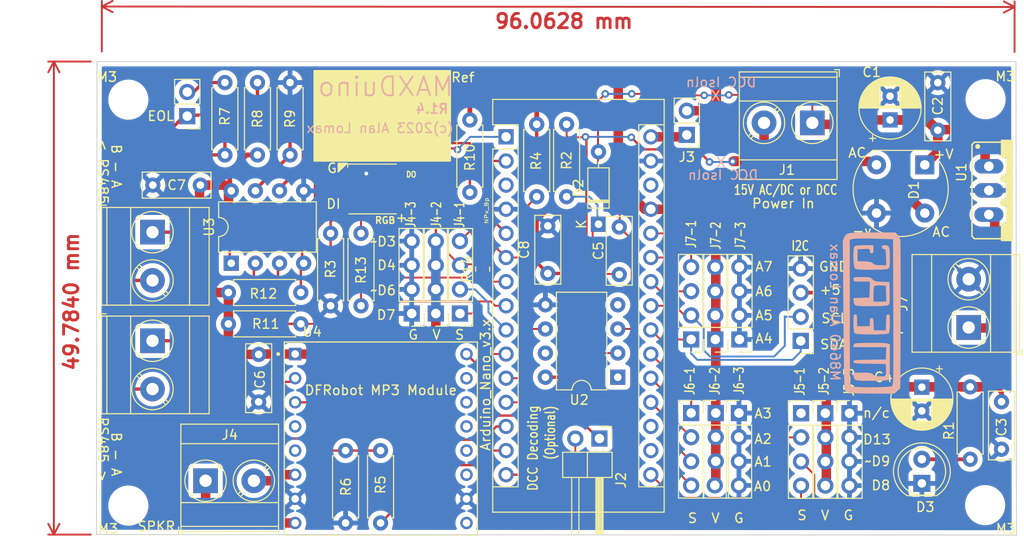
<source format=kicad_pcb>
(kicad_pcb (version 20211014) (generator pcbnew)
  (title_block (title "MaxDuino") (date "2023-09-25") (rev "1.4") (company "Arduino NANO PCB") (comment 1 "RS485 / MP3 / LED / Sensor / I2C / DCC"))
  (layers (0 "F.Cu" signal) (31 "B.Cu" signal) (34 "B.Paste" user) (35 "F.Paste" user) (36 "B.SilkS" user "B.Silkscreen") (37 "F.SilkS" user "F.Silkscreen") (38 "B.Mask" user) (39 "F.Mask" user) (44 "Edge.Cuts" user))
  (net 0 "")
  (net 1 "GND")
  (net 2 "D2 DE")
  (net 3 "D4")
  (net 4 "D6-PWM")
  (net 5 "D7")
  (net 6 "D8")
  (net 7 "D9-PWM")
  (net 8 "D10")
  (net 9 "D12")
  (net 10 "D13")
  (net 11 "A0")
  (net 12 "A1")
  (net 13 "A2")
  (net 14 "A3")
  (net 15 "A4 {slash} I2C SDA")
  (net 16 "A5 {slash} I2C SCL")
  (net 17 "A6")
  (net 18 "A7")
  (net 19 "+5V")
  (net 20 "Vin")
  (net 21 "Net-(D4-Pad2)")
  (net 22 "D4-Hdr")
  (net 23 "D1{slash}Tx")
  (net 24 "D0{slash}Rx")
  (net 26 "DCC_Sig")
  (net 27 "D11")
  (net 31 "DCC_in1")
  (net 32 "DCC_in2")
  (net 44 "VIN2")
  (net 45 "Net-(D3-Pad2)")
  (net 46 "Net-(J4-Pad1)")
  (net 47 "Net-(J4-Pad2)")
  (net 48 "Net-(J5-Pad1)")
  (net 49 "Net-(J5-Pad2)")
  (net 50 "Net-(JR1-Pad2)")
  (net 51 "Net-(R5-Pad2)")
  (net 52 "Net-(C5-Pad1)")
  (net 53 "D5 RE")
  (footprint "Resistor_THT:R_Axial_DIN0207_L6.3mm_D2.5mm_P7.62mm_Horizontal" (layer "F.Cu") (at 135.8392 99.822 90)
    (fp_text reference "R3")
    (fp_text value "10K" hide)
  )
  (footprint "Capacitor_THT:C_Disc_D7.0mm_W2.5mm_P5.00mm" (layer "F.Cu") (at 199.7456 81.3416 90)
    (fp_text reference "C2")
    (fp_text value "100nF" hide)
  )
  (footprint "MountingHole:MountingHole_3.2mm_M3" (layer "F.Cu") (at 204.724 120.8024)
    (fp_text reference "M3.2" hide)
    (fp_text value "M3")
  )
  (footprint "Resistor_THT:R_Axial_DIN0207_L6.3mm_D2.5mm_P7.62mm_Horizontal" (layer "F.Cu") (at 137.414 115.062 -90)
    (fp_text reference "R6")
    (fp_text value "1K" hide)
  )
  (footprint "Capacitor_THT:C_Disc_D7.0mm_W2.5mm_P5.00mm" (layer "F.Cu") (at 158.6992 96.4184 90)
    (fp_text reference "C8")
    (fp_text value "100nF")
  )
  (footprint "TerminalBlock_Phoenix:TerminalBlock_Phoenix_MKDS-3-2-5.08_1x02_P5.08mm_Horizontal" (layer "F.Cu") (at 117.094 92.075 -90)
    (fp_text reference "J6" hide)
    (fp_text value "< RS485")
  )
  (footprint "Resistor_THT:R_Axial_DIN0207_L6.3mm_D2.5mm_P7.62mm_Horizontal" (layer "F.Cu") (at 160.6804 80.7212 -90)
    (fp_text reference "R2")
    (fp_text value "2K2" hide)
  )
  (footprint "Resistor_THT:R_Axial_DIN0207_L6.3mm_D2.5mm_P7.62mm_Horizontal" (layer "F.Cu") (at 132.705 98.425 180)
    (fp_text reference "R12")
    (fp_text value "10K" hide)
  )
  (footprint "Capacitor_THT:C_Disc_D7.0mm_W2.5mm_P5.00mm" (layer "F.Cu") (at 206.4512 109.9204 -90)
    (fp_text reference "C3")
    (fp_text value "100nF" hide)
  )
  (footprint "Resistor_THT:R_Axial_DIN0207_L6.3mm_D2.5mm_P7.62mm_Horizontal" (layer "F.Cu") (at 132.705 101.727 180)
    (fp_text reference "R11")
    (fp_text value "10K" hide)
  )
  (footprint "Package_DIP:DIP-8_W7.62mm" (layer "F.Cu") (at 166.0652 107.3404 180)
    (fp_text reference "U2")
    (fp_text value "6N137" hide)
  )
  (footprint "Connector_PinHeader_2.54mm:PinHeader_1x04_P2.54mm_Vertical" (layer "F.Cu") (at 176.378 111.1096)
    (fp_text reference "J6-2")
    (fp_text value "+5" hide)
  )
  (footprint "MountingHole:MountingHole_3.2mm_M3" (layer "F.Cu") (at 114.554 120.8532)
    (fp_text reference "M3.3" hide)
    (fp_text value "M3")
  )
  (footprint "TerminalBlock_Phoenix:TerminalBlock_Phoenix_MKDS-3-2-5.08_1x02_P5.08mm_Horizontal" (layer "F.Cu") (at 186.5376 80.5688 180)
    (fp_text reference "J1")
    (fp_text value "15V AC/DC or DCC")
  )
  (footprint "LED_SMD:LED_Inolux_IN-PI554FCH_PLCC4_5.0x5.0mm_P3.2mm" (layer "F.Cu") (at 140.2588 87.5284)
    (fp_text reference "D4")
    (fp_text value "Inolux_IN-PI554FCH")
  )
  (footprint "MountingHole:MountingHole_3.2mm_M3" (layer "F.Cu") (at 114.554 78.1304)
    (fp_text reference "M3.4" hide)
    (fp_text value "M3")
  )
  (footprint "Connector_PinHeader_2.54mm:PinHeader_1x02_P2.54mm_Vertical" (layer "F.Cu") (at 173.3296 81.8388 180)
    (fp_text reference "J3")
    (fp_text value "Vin_EN")
  )
  (footprint "Capacitor_THT:C_Disc_D7.0mm_W2.5mm_P5.00mm" (layer "F.Cu") (at 128.27 104.942 -90)
    (fp_text reference "C6")
    (fp_text value "100nF" hide)
  )
  (footprint "Connector_PinHeader_2.54mm:PinHeader_1x04_P2.54mm_Vertical" (layer "F.Cu") (at 173.7868 111.1096)
    (fp_text reference "J6-1")
    (fp_text value "I/O" hide)
  )
  (footprint "MountingHole:MountingHole_3.2mm_M3" (layer "F.Cu") (at 204.7748 78.0796)
    (fp_text reference "M3.1" hide)
    (fp_text value "M3")
  )
  (footprint "Connector_PinHeader_2.54mm:PinHeader_1x04_P2.54mm_Vertical" (layer "F.Cu") (at 187.9092 111.1296)
    (fp_text reference "J5-2")
    (fp_text value "+5" hide)
  )
  (footprint "Connector_PinHeader_2.54mm:PinHeader_1x02_P2.54mm_Vertical" (layer "F.Cu") (at 120.7516 79.8626 180)
    (fp_text reference "JR1" hide)
    (fp_text value "EOL")
  )
  (footprint "Capacitor_THT:CP_Radial_D6.3mm_P2.50mm" (layer "F.Cu") (at 198.0692 108.393221 -90)
    (fp_text reference "C4")
    (fp_text value "220uF")
  )
  (footprint "TerminalBlock_Phoenix:TerminalBlock_Phoenix_MKDS-3-2-5.08_1x02_P5.08mm_Horizontal" (layer "F.Cu") (at 202.9968 102.108 90)
    (fp_text reference "J7")
    (fp_text value "5V DC")
  )
  (footprint "Diode_THT:D_DO-35_SOD27_P7.62mm_Horizontal" (layer "F.Cu") (at 164.0332 91.2368 90)
    (fp_text reference "D2")
    (fp_text value "1N914")
  )
  (footprint "Capacitor_THT:CP_Radial_D6.3mm_P2.50mm" (layer "F.Cu") (at 194.7164 80.264 90)
    (fp_text reference "C1")
    (fp_text value "220uF")
  )
  (footprint "L7805:78XXS" (layer "F.Cu") (at 207.6597 87.68169 -90)
    (fp_text reference "U1")
    (fp_text value "L7805")
  )
  (footprint "TerminalBlock_Phoenix:TerminalBlock_Phoenix_MKDS-3-2-5.08_1x02_P5.08mm_Horizontal" (layer "F.Cu") (at 117.094 103.505 -90)
    (fp_text reference "J5" hide)
    (fp_text value "RS485 >")
  )
  (footprint "Package_DIP:DIP-8_W7.62mm" (layer "F.Cu") (at 125.3844 95.3416 90)
    (fp_text reference "U3")
    (fp_text value "MAX485E")
  )
  (footprint "Connector_PinHeader_2.54mm:PinHeader_1x04_P2.54mm_Vertical" (layer "F.Cu") (at 149.4552 100.6348 180)
    (fp_text reference "J4-1")
    (fp_text value "I/O" hide)
  )
  (footprint "Connector_PinHeader_2.54mm:PinHeader_1x04_P2.54mm_Vertical" (layer "F.Cu") (at 173.7868 103.368 180)
    (fp_text reference "J7-1")
    (fp_text value "I/O" hide)
  )
  (footprint "Connector_PinHeader_2.54mm:PinHeader_1x02_P2.54mm_Horizontal" (layer "F.Cu") (at 164.1348 113.792 -90)
    (fp_text reference "J2")
    (fp_text value "DCC Signal")
  )
  (footprint "Diode_THT:Diode_Bridge_Round_D9.8mm" (layer "F.Cu") (at 198.374 84.9884 -90)
    (fp_text reference "D1")
    (fp_text value "B40C1500G" hide)
  )
  (footprint "Connector_PinHeader_2.54mm:PinHeader_1x04_P2.54mm_Vertical" (layer "F.Cu") (at 178.8668 103.368 180)
    (fp_text reference "J7-3")
    (fp_text value "GND" hide)
  )
  (footprint "Module:Arduino_Nano" (layer "F.Cu") (at 154.305 82.042)
    (fp_text reference "A1" hide)
    (fp_text value "Arduino_Nano_v3.x")
  )
  (footprint "TerminalBlock_Phoenix:TerminalBlock_Phoenix_MKDS-3-2-5.08_1x02_P5.08mm_Horizontal" (layer "F.Cu") (at 122.682 118.237)
    (fp_text reference "J4")
    (fp_text value "SPKR")
  )
  (footprint "LED_THT:LED_D5.0mm" (layer "F.Cu") (at 198.0692 118.5164 90)
    (fp_text reference "D3")
    (fp_text value "PWR")
  )
  (footprint "Connector_PinHeader_2.54mm:PinHeader_1x04_P2.54mm_Vertical" (layer "F.Cu") (at 176.3276 103.368 180)
    (fp_text reference "J7-2")
    (fp_text value "+5" hide)
  )
  (footprint "Resistor_THT:R_Axial_DIN0207_L6.3mm_D2.5mm_P7.62mm_Horizontal" (layer "F.Cu") (at 124.714 76.327 -90)
    (fp_text reference "R7")
    (fp_text value "120R" hide)
  )
  (footprint "Resistor_THT:R_Axial_DIN0207_L6.3mm_D2.5mm_P7.62mm_Horizontal" (layer "F.Cu") (at 128.143 83.947 90)
    (fp_text reference "R8")
    (fp_text value "20K" hide)
  )
  (footprint "Resistor_THT:R_Axial_DIN0207_L6.3mm_D2.5mm_P7.62mm_Horizontal" (layer "F.Cu") (at 139.0396 99.822 90)
    (fp_text reference "R13")
    (fp_text value "330R" hide)
  )
  (footprint "Connector_PinHeader_2.54mm:PinHeader_1x04_P2.54mm_Vertical" (layer "F.Cu") (at 178.818 111.1096)
    (fp_text reference "J6-3")
    (fp_text value "GND" hide)
  )
  (footprint "Connector_PinHeader_2.54mm:PinHeader_1x04_P2.54mm_Vertical" (layer "F.Cu") (at 190.45 111.1296)
    (fp_text reference "J5-3")
    (fp_text value "GND" hide)
  )
  (footprint "DFRobot:MODULE_DFR0299" (layer "F.Cu") (at 141.1255 113.792)
    (fp_text reference "U4")
    (fp_text value "DFRobot MP3")
  )
  (footprint "Resistor_THT:R_Axial_DIN0207_L6.3mm_D2.5mm_P7.62mm_Horizontal" (layer "F.Cu") (at 150.495 87.884 90)
    (fp_text reference "R10")
    (fp_text value "10K" hide)
  )
  (footprint "Connector_PinHeader_2.54mm:PinHeader_1x04_P2.54mm_Vertical" (layer "F.Cu") (at 144.3736 100.6348 180)
    (fp_text reference "J4-3")
    (fp_text value "GND" hide)
  )
  (footprint "Resistor_THT:R_Axial_DIN0207_L6.3mm_D2.5mm_P7.62mm_Horizontal" (layer "F.Cu") (at 157.5308 88.3412 90)
    (fp_text reference "R4")
    (fp_text value "470R" hide)
  )
  (footprint "Resistor_THT:R_Axial_DIN0207_L6.3mm_D2.5mm_P7.62mm_Horizontal" (layer "F.Cu") (at 131.572 83.947 90)
    (fp_text reference "R9")
    (fp_text value "20K" hide)
  )
  (footprint "Resistor_THT:R_Axial_DIN0207_L6.3mm_D2.5mm_P7.62mm_Horizontal" (layer "F.Cu") (at 141.097 122.682 90)
    (fp_text reference "R5")
    (fp_text value "680R" hide)
  )
  (footprint "Connector_PinHeader_2.54mm:PinHeader_1x04_P2.54mm_Vertical" (layer "F.Cu") (at 146.9144 100.6348 180)
    (fp_text reference "J4-2")
    (fp_text value "+5" hide)
  )
  (footprint "Capacitor_THT:C_Disc_D7.0mm_W2.5mm_P5.00mm" (layer "F.Cu") (at 122.134 87.122 180)
    (fp_text reference "C7")
    (fp_text value "100nF" hide)
  )
  (footprint "Resistor_THT:R_Axial_DIN0207_L6.3mm_D2.5mm_P7.62mm_Horizontal" (layer "F.Cu") (at 203.1492 108.3564 -90)
    (fp_text reference "R1")
    (fp_text value "6.8K")
  )
  (footprint "Resistor_SMD:R_0805_2012Metric" (layer "F.Cu") (at 151.8412 95.9612 90)
    (fp_text reference "R14")
    (fp_text value "0R")
  )
  (footprint "Connector_PinHeader_2.54mm:PinHeader_1x04_P2.54mm_Vertical" (layer "F.Cu") (at 185.3528 111.1296)
    (fp_text reference "J5-1")
    (fp_text value "I/O" hide)
  )
  (footprint "Connector_PinHeader_2.54mm:PinHeader_1x04_P2.54mm_Vertical" (layer "F.Cu") (at 185.3184 103.5204 180)
    (fp_text reference "J8" hide)
    (fp_text value "I2C")
  )
  (footprint "Capacitor_THT:C_Disc_D7.0mm_W2.5mm_P5.00mm" (layer "F.Cu") (at 166.2176 96.5308 90)
    (fp_text reference "C5")
    (fp_text value ".001uF" hide)
  )
  (footprint "LOGO" (layer "B.Cu") (at 192.878086 100.536076 90)
    (fp_text reference "G***" hide)
    (fp_text value "LOGO" hide)
  )
  (gr_poly (pts (xy 136.652 85.6996) (xy 136.652 84.836) (xy 137.5664 84.836)) (layer "F.SilkS") (width 0.15) (fill solid))
  (gr_rect (start 134.112 75.0824) (end 148.4376 84.582) (layer "F.SilkS") (width 0.15) (fill solid))
  (gr_line (start 208.026 123.952) (end 207.9752 74.1172) (layer "Edge.Cuts") (width 0.1))
  (gr_line (start 111.2012 123.9012) (end 111.252 74.1172) (layer "Edge.Cuts") (width 0.1))
  (gr_line (start 111.2012 123.9012) (end 208.026 123.952) (layer "Edge.Cuts") (width 0.1))
  (gr_line (start 111.252 74.1172) (end 207.9752 74.1172) (layer "Edge.Cuts") (width 0.1))
  (gr_text "M8640 Alan Lomax " (at 188.9252 100.1268 270) (layer "B.SilkS") (effects (font (size 1 1)) (justify mirror)))
  (gr_text "DCC Isoln" (at 177.1396 86.0552) (layer "B.SilkS") (effects (font (size 1 1)) (justify mirror)))
  (gr_text "X" (at 176.9364 84.7344) (layer "B.SilkS") (effects (font (size 1 1)) (justify mirror)))
  (gr_text "(c)2023 Alan Lomax " (at 140.6652 81.1276) (layer "B.SilkS") (effects (font (size 1 1)) (justify mirror)))
  (gr_text "MAXDuino" (at 141.6304 76.7588) (layer "B.SilkS") (effects (font (size 2 2) (thickness 0.2)) (justify mirror)))
  (gr_text "R1.4" (at 146.5072 79.0956) (layer "B.SilkS") (effects (font (size 1 1) (thickness 0.2)) (justify mirror)))
  (gr_text "X" (at 176.3776 77.724) (layer "B.SilkS") (effects (font (size 1 1)) (justify mirror)))
  (gr_text "DCC Isoln" (at 176.9364 76.3016) (layer "B.SilkS") (effects (font (size 1 1)) (justify mirror)))
  (gr_text "S  V  G" (at 176.3776 122.174) (layer "F.SilkS") (effects (font (size 1 1))))
  (gr_text "A5" (at 181.4576 100.838) (layer "F.SilkS") (effects (font (size 1 1))))
  (gr_text "A0" (at 181.3052 118.8212) (layer "F.SilkS") (effects (font (size 1 1))))
  (gr_text "B - A" (at 113.284 85.1408 270) (layer "F.SilkS") (effects (font (size 1 1))))
  (gr_text "+V" (at 200.3552 83.8708) (layer "F.SilkS") (effects (font (size 1 1))))
  (gr_text "n/c" (at 193.294 111.0996) (layer "F.SilkS") (effects (font (size 1 1))))
  (gr_text "G" (at 135.9916 85.344) (layer "F.SilkS") (effects (font (size 1 1))))
  (gr_text "DI" (at 136.144 89.1032) (layer "F.SilkS") (effects (font (size 1 1))))
  (gr_text "AC" (at 200.1012 92.0496) (layer "F.SilkS") (effects (font (size 1 1))))
  (gr_text "DO" (at 144.3228 86.0044) (layer "F.SilkS") (effects (font (size 0.6 0.5) (thickness 0.125))))
  (gr_text "~D3" (at 141.3764 93.0656) (layer "F.SilkS") (effects (font (size 1 1))))
  (gr_text "DCC Decoding" (at 157.1244 114.808 90) (layer "F.SilkS") (effects (font (size 1 0.85))))
  (gr_text "AC" (at 191.262 83.7184) (layer "F.SilkS") (effects (font (size 1 1))))
  (gr_text "RGB" (at 141.5796 90.8304) (layer "F.SilkS") (effects (font (size 0.7 0.7))))
  (gr_text "Ref" (at 149.7584 75.7936) (layer "F.SilkS") (effects (font (size 1 1))))
  (gr_text "A4" (at 181.4576 103.2764) (layer "F.SilkS") (effects (font (size 1 1))))
  (gr_text "G  V  S" (at 146.9644 102.87) (layer "F.SilkS") (effects (font (size 1 1))))
  (gr_text "A7" (at 181.4576 95.7072) (layer "F.SilkS") (effects (font (size 1 1))))
  (gr_text "~D9" (at 193.3956 116.1796) (layer "F.SilkS") (effects (font (size 1 1))))
  (gr_text "NPx_Bp" (at 152.2476 89.8144 90) (layer "F.SilkS") (effects (font (size 0.4 0.5) (thickness 0.075))))
  (gr_text "A6" (at 181.4576 98.298) (layer "F.SilkS") (effects (font (size 1 1))))
  (gr_text "(Optional)" (at 158.9532 113.1824 90) (layer "F.SilkS") (effects (font (size 1 0.75))))
  (gr_text "+" (at 143.3068 90.5256) (layer "F.SilkS") (effects (font (size 1 1))))
  (gr_text "D7" (at 141.6812 100.7872) (layer "F.SilkS") (effects (font (size 1 1))))
  (gr_text "A2" (at 181.356 113.8428) (layer "F.SilkS") (effects (font (size 1 1))))
  (gr_text "+5" (at 188.4172 98.1456) (layer "F.SilkS") (effects (font (size 1 1))))
  (gr_text "-" (at 195.6308 95.504 90) (layer "F.SilkS") (effects (font (size 1 1))))
  (gr_text "SCL" (at 188.8744 101.1428) (layer "F.SilkS") (effects (font (size 1 1))))
  (gr_text "D13" (at 193.3448 113.8936) (layer "F.SilkS") (effects (font (size 1 1))))
  (gr_text "SDA" (at 188.7728 103.886) (layer "F.SilkS") (effects (font (size 1 1))))
  (gr_text "A3" (at 181.356 111.1504) (layer "F.SilkS") (effects (font (size 1 1))))
  (gr_text "S  V  G" (at 187.9092 121.8692) (layer "F.SilkS") (effects (font (size 1 1))))
  (gr_text "+" (at 195.58 102.6668 90) (layer "F.SilkS") (effects (font (size 1 1))))
  (gr_text "-v" (at 191.77 91.948) (layer "F.SilkS") (effects (font (size 1 1))))
  (gr_text "D4" (at 141.732 95.5548) (layer "F.SilkS") (effects (font (size 1 1))))
  (gr_text "GND" (at 188.7728 95.7072) (layer "F.SilkS") (effects (font (size 1 1))))
  (gr_text "A1" (at 181.356 116.2304) (layer "F.SilkS") (effects (font (size 1 1))))
  (gr_text "D8" (at 193.7512 118.7196) (layer "F.SilkS") (effects (font (size 1 1))))
  (gr_text "B - A" (at 113.284 115.443 270) (layer "F.SilkS") (effects (font (size 1 1))))
  (gr_text "Power In" (at 183.4896 89.0524) (layer "F.SilkS") (effects (font (size 1 1))))
  (gr_text "~D6" (at 141.3764 98.1964) (layer "F.SilkS") (effects (font (size 1 1))))
  (dimension (type aligned) (layer "F.Cu") (pts (xy 111.0996 74.1172) (xy 111.0996 123.9012)) (height 4.384719) (gr_text "49.7840 mm" (at 108.5596 99.3902 90) (layer "F.Cu") (effects (font (size 1.5 1.5) (thickness 0.3)))) (format (units 3) (units_format 1) (precision 4)) (style (thickness 0.2) (arrow_length 1.27) (text_position_mode 2) (extension_height 0.58642) (extension_offset 0.5) keep_text_aligned))
  (dimension (type aligned) (layer "F.Cu") (pts (xy 111.76 73.5584) (xy 207.8228 73.6092)) (height -5.232498) (gr_text "96.0628 mm" (at 160.401 69.8754 359.9697008) (layer "F.Cu") (effects (font (size 1.5 1.5) (thickness 0.3)))) (format (units 3) (units_format 1) (precision 4)) (style (thickness 0.2) (arrow_length 1.27) (text_position_mode 2) (extension_height 0.58642) (extension_offset 0.5) keep_text_aligned))
  (segment (start 139.5984 85.9028) (end 137.8344 85.9028) (width 0.5) (layer "F.Cu") (net 1))
  (via (at 139.5984 85.9028) (size 0.8) (drill 0.4) (layers "F.Cu" "B.Cu") (net 1))
  (segment (start 131.5212 99.9744) (end 133.604 99.9744) (width 0.25) (layer "F.Cu") (net 2))
  (segment (start 148.4884 87.9856) (end 150.7744 90.2716) (width 0.25) (layer "F.Cu") (net 2))
  (segment (start 147.8788 83.9216) (end 148.4884 84.5312) (width 0.25) (layer "F.Cu") (net 2))
  (segment (start 134.4168 99.1616) (end 134.4168 96.3676) (width 0.25) (layer "F.Cu") (net 2))
  (segment (start 135.8392 94.9452) (end 135.8392 90.9828) (width 0.25) (layer "F.Cu") (net 2))
  (segment (start 152.3746 90.2716) (end 154.305 92.202) (width 0.25) (layer "F.Cu") (net 2))
  (segment (start 130.302 95.25) (end 130.302 98.7552) (width 0.25) (layer "F.Cu") (net 2))
  (segment (start 136.39012 90.43188) (end 136.39012 85.107464) (width 0.25) (layer "F.Cu") (net 2))
  (segment (start 150.7744 90.2716) (end 152.3746 90.2716) (width 0.25) (layer "F.Cu") (net 2))
  (segment (start 130.302 98.7552) (end 131.5212 99.9744) (width 0.25) (layer "F.Cu") (net 2))
  (segment (start 134.4168 96.3676) (end 135.8392 94.9452) (width 0.25) (layer "F.Cu") (net 2))
  (segment (start 133.604 99.9744) (end 134.4168 99.1616) (width 0.25) (layer "F.Cu") (net 2))
  (segment (start 136.39012 85.107464) (end 137.575984 83.9216) (width 0.25) (layer "F.Cu") (net 2))
  (segment (start 137.575984 83.9216) (end 147.8788 83.9216) (width 0.25) (layer "F.Cu") (net 2))
  (segment (start 148.4884 84.5312) (end 148.4884 87.9856) (width 0.25) (layer "F.Cu") (net 2))
  (segment (start 135.8392 90.9828) (end 136.39012 90.43188) (width 0.25) (layer "F.Cu") (net 2))
  (segment (start 139.0396 98.1456) (end 139.0396 99.568) (width 0.2) (layer "F.Cu") (net 3))
  (segment (start 140.331779 96.853421) (end 139.0396 98.1456) (width 0.2) (layer "F.Cu") (net 3))
  (segment (start 152.2495 97.282) (end 154.305 97.282) (width 0.2) (layer "F.Cu") (net 3))
  (segment (start 152.073021 96.853421) (end 140.331779 96.853421) (width 0.2) (layer "F.Cu") (net 3))
  (segment (start 151.0284 98.0948) (end 152.4508 99.5172) (width 0.2) (layer "B.Cu") (net 4))
  (segment (start 149.4552 98.0948) (end 151.0284 98.0948) (width 0.2) (layer "B.Cu") (net 4))
  (segment (start 152.4508 100.5078) (end 154.305 102.362) (width 0.2) (layer "B.Cu") (net 4))
  (segment (start 152.4508 99.5172) (end 152.4508 100.5078) (width 0.2) (layer "B.Cu") (net 4))
  (segment (start 150.0378 100.6348) (end 150.9268 100.6348) (width 0.2) (layer "F.Cu") (net 5))
  (segment (start 152.2476 104.1908) (end 152.9588 104.902) (width 0.2) (layer "F.Cu") (net 5))
  (segment (start 150.9268 100.6348) (end 152.2476 101.9556) (width 0.2) (layer "F.Cu") (net 5))
  (segment (start 152.9588 104.902) (end 154.305 104.902) (width 0.2) (layer "F.Cu") (net 5))
  (segment (start 152.2476 101.9556) (end 152.2476 104.1908) (width 0.2) (layer "F.Cu") (net 5))
  (segment (start 154.305 107.442) (end 156.972 107.442) (width 0.2) (layer "F.Cu") (net 6))
  (segment (start 156.972 120.4976) (end 185.0136 120.4976) (width 0.2) (layer "F.Cu") (net 6))
  (segment (start 156.972 107.442) (end 156.972 120.4976) (width 0.2) (layer "F.Cu") (net 6))
  (segment (start 185.3528 120.1584) (end 185.3528 118.7496) (width 0.2) (layer "F.Cu") (net 6))
  (segment (start 185.0136 120.4976) (end 185.3528 120.1584) (width 0.2) (layer "F.Cu") (net 6))
  (segment (start 156.5148 120.8532) (end 156.5148 110.5408) (width 0.2) (layer "F.Cu") (net 7))
  (segment (start 155.956 109.982) (end 154.305 109.982) (width 0.2) (layer "F.Cu") (net 7))
  (segment (start 185.3528 116.2096) (end 186.7408 117.5976) (width 0.2) (layer "F.Cu") (net 7))
  (segment (start 186.7408 117.5976) (end 186.7408 120.8532) (width 0.2) (layer "F.Cu") (net 7))
  (segment (start 156.5148 110.5408) (end 155.956 109.982) (width 0.2) (layer "F.Cu") (net 7))
  (segment (start 186.7408 120.8532) (end 156.5148 120.8532) (width 0.2) (layer "F.Cu") (net 7))
  (segment (start 143.344489 113.919) (end 151.892 113.919) (width 0.25) (layer "F.Cu") (net 8))
  (segment (start 151.892 113.919) (end 153.289 112.522) (width 0.25) (layer "F.Cu") (net 8))
  (segment (start 132.1085 109.982) (end 139.407489 109.982) (width 0.25) (layer "F.Cu") (net 8))
  (segment (start 139.407489 109.982) (end 143.344489 113.919) (width 0.25) (layer "F.Cu") (net 8))
  (segment (start 153.289 112.522) (end 154.305 112.522) (width 0.25) (layer "F.Cu") (net 8))
  (segment (start 155.575 111.379) (end 155.956 111.76) (width 0.25) (layer "F.Cu") (net 9))
  (segment (start 152.4 107.1595) (end 152.4 110.363) (width 0.25) (layer "F.Cu") (net 9))
  (segment (start 153.289 111.379) (end 155.575 111.379) (width 0.25) (layer "F.Cu") (net 9))
  (segment (start 155.575 117.602) (end 154.305 117.602) (width 0.25) (layer "F.Cu") (net 9))
  (segment (start 152.4 110.49) (end 153.289 111.379) (width 0.25) (layer "F.Cu") (net 9))
  (segment (start 150.1425 104.902) (end 152.4 107.1595) (width 0.25) (layer "F.Cu") (net 9))
  (segment (start 155.956 111.76) (end 155.956 117.221) (width 0.25) (layer "F.Cu") (net 9))
  (segment (start 155.956 117.221) (end 155.575 117.602) (width 0.25) (layer "F.Cu") (net 9))
  (segment (start 183.7944 113.6696) (end 186.1656 113.6696) (width 0.2) (layer "F.Cu") (net 10))
  (segment (start 171.9834 120.0404) (end 183.5404 120.0404) (width 0.2) (layer "F.Cu") (net 10))
  (segment (start 169.545 117.602) (end 171.9834 120.0404) (width 0.2) (layer "F.Cu") (net 10))
  (segment (start 183.7944 119.7864) (end 183.7944 113.6696) (width 0.2) (layer "F.Cu") (net 10))
  (segment (start 183.5404 120.0404) (end 183.7944 119.7864) (width 0.2) (layer "F.Cu") (net 10))
  (segment (start 169.545 109.982) (end 171.61656 112.05356) (width 0.2) (layer "F.Cu") (net 11))
  (segment (start 171.61656 116.55936) (end 173.7868 118.7296) (width 0.2) (layer "F.Cu") (net 11))
  (segment (start 171.61656 112.05356) (end 171.61656 116.55936) (width 0.2) (layer "F.Cu") (net 11))
  (segment (start 169.545 107.442) (end 171.96508 109.86208) (width 0.2) (layer "F.Cu") (net 12))
  (segment (start 171.96508 109.86208) (end 171.96508 114.36788) (width 0.2) (layer "F.Cu") (net 12))
  (segment (start 171.96508 114.36788) (end 173.7868 116.1896) (width 0.2) (layer "F.Cu") (net 12))
  (segment (start 172.3136 112.4712) (end 172.6084 112.4712) (width 0.2) (layer "F.Cu") (net 13))
  (segment (start 172.6084 112.4712) (end 173.7868 113.6496) (width 0.2) (layer "F.Cu") (net 13))
  (segment (start 172.3136 107.6706) (end 172.3136 112.4712) (width 0.2) (layer "F.Cu") (net 13))
  (segment (start 169.545 104.902) (end 172.3136 107.6706) (width 0.2) (layer "F.Cu") (net 13))
  (segment (start 169.545 102.362) (end 173.7868 106.6038) (width 0.2) (layer "F.Cu") (net 14))
  (segment (start 173.7868 106.6038) (end 173.7868 111.1096) (width 0.2) (layer "F.Cu") (net 14))
  (segment (start 170.8912 99.822) (end 172.0088 100.9396) (width 0.2) (layer "F.Cu") (net 15))
  (segment (start 172.466 103.378) (end 173.7868 103.378) (width 0.2) (layer "F.Cu") (net 15))
  (segment (start 172.0088 102.9208) (end 172.466 103.378) (width 0.2) (layer "F.Cu") (net 15))
  (segment (start 172.0088 100.9396) (end 172.0088 102.9208) (width 0.2) (layer "F.Cu") (net 15))
  (segment (start 169.545 99.822) (end 170.8912 99.822) (width 0.2) (layer "F.Cu") (net 15))
  (segment (start 173.7868 103.378) (end 173.7868 104.8512) (width 0.2) (layer "B.Cu") (net 15))
  (segment (start 174.4472 105.5116) (end 184.4548 105.5116) (width 0.2) (layer "B.Cu") (net 15))
  (segment (start 184.4548 105.5116) (end 185.3184 104.648) (width 0.2) (layer "B.Cu") (net 15))
  (segment (start 173.7868 104.8512) (end 174.4472 105.5116) (width 0.2) (layer "B.Cu") (net 15))
  (segment (start 185.3184 104.648) (end 185.3184 103.5204) (width 0.2) (layer "B.Cu") (net 15))
  (segment (start 169.545 97.282) (end 173.101 100.838) (width 0.2) (layer "F.Cu") (net 16))
  (segment (start 183.642 104.0384) (end 182.51732 105.16308) (width 0.2) (layer "B.Cu") (net 16))
  (segment (start 175.77508 105.16308) (end 175.1076 104.4956) (width 0.2) (layer "B.Cu") (net 16))
  (segment (start 175.1076 104.4956) (end 175.1076 102.1588) (width 0.2) (layer "B.Cu") (net 16))
  (segment (start 182.51732 105.16308) (end 175.77508 105.16308) (width 0.2) (layer "B.Cu") (net 16))
  (segment (start 183.6828 100.9804) (end 183.642 100.9396) (width 0.2) (layer "B.Cu") (net 16))
  (segment (start 175.1076 102.1588) (end 173.7868 100.838) (width 0.2) (layer "B.Cu") (net 16))
  (segment (start 183.642 100.9396) (end 183.642 104.0384) (width 0.2) (layer "B.Cu") (net 16))
  (segment (start 185.3184 100.9804) (end 183.6828 100.9804) (width 0.2) (layer "B.Cu") (net 16))
  (segment (start 170.942 94.742) (end 171.5008 95.3008) (width 0.2) (layer "F.Cu") (net 17))
  (segment (start 171.5008 95.3008) (end 171.5008 97.282) (width 0.2) (layer "F.Cu") (net 17))
  (segment (start 169.545 94.742) (end 170.942 94.742) (width 0.2) (layer "F.Cu") (net 17))
  (segment (start 171.5008 97.282) (end 172.5168 98.298) (width 0.2) (layer "F.Cu") (net 17))
  (segment (start 172.5168 98.298) (end 173.7868 98.298) (width 0.2) (layer "F.Cu") (net 17))
  (segment (start 173.7868 95.758) (end 173.7868 93.7768) (width 0.2) (layer "F.Cu") (net 18))
  (segment (start 173.7868 93.7768) (end 172.212 92.202) (width 0.2) (layer "F.Cu") (net 18))
  (segment (start 172.212 92.202) (end 169.545 92.202) (width 0.2) (layer "F.Cu") (net 18))
  (segment (start 122.047 98.044) (end 122.047 87.209) (width 1) (layer "F.Cu") (net 19))
  (segment (start 150.4696 76.0476) (end 165.862 76.0476) (width 1) (layer "F.Cu") (net 19))
  (segment (start 169.545 89.662) (end 173.5328 89.662) (width 1) (layer "F.Cu") (net 19))
  (segment (start 125.085 101.727) (end 125.085 104.8158) (width 1) (layer "F.Cu") (net 19))
  (segment (start 125.085 104.8158) (end 125.2112 104.942) (width 1) (layer "F.Cu") (net 19))
  (segment (start 205.74 108.3564) (end 205.74 90.84199) (width 1) (layer "F.Cu") (net 19))
  (segment (start 176.3776 92.5068) (end 176.3776 118.5672) (width 1) (layer "F.Cu") (net 19))
  (segment (start 173.5328 89.662) (end 176.3776 92.5068) (width 1) (layer "F.Cu") (net 19))
  (segment (start 166.116 76.0476) (end 166.0652 75.9968) (width 1) (layer "F.Cu") (net 19))
  (segment (start 205.74 90.84199) (end 205.1197 90.22169) (width 1) (layer "F.Cu") (net 19))
  (segment (start 168.91 89.662) (end 166.116 86.868) (width 1) (layer "F.Cu") (net 19))
  (segment (start 161.2392 105.918) (end 159.8168 107.3404) (width 0.35) (layer "F.Cu") (net 19))
  (segment (start 146.5324 89.1284) (end 142.7088 89.1284) (width 0.25) (layer "F.Cu") (net 19))
  (segment (start 145.3388 104.902) (end 146.9144 103.3264) (width 1) (layer "F.Cu") (net 19))
  (segment (start 134.5692 84.4296) (end 137.16 81.8388) (width 1) (layer "F.Cu") (net 19))
  (segment (start 128.143 83.947) (end 127.0254 83.947) (width 0.5) (layer "F.Cu") (net 19))
  (segment (start 137.16 81.8388) (end 148.0312 81.8388) (width 1) (layer "F.Cu") (net 19))
  (segment (start 125.085 101.727) (end 125.085 98.425) (width 1) (layer "F.Cu") (net 19))
  (segment (start 158.6992 96.4184) (end 157.575689 95.294889) (width 0.35) (layer "F.Cu") (net 19))
  (segment (start 128.31 104.902) (end 132.1085 104.902) (width 1) (layer "F.Cu") (net 19))
  (segment (start 186.8324 98.4404) (end 186.8016 98.4404) (width 0.4) (layer "F.Cu") (net 19))
  (segment (start 159.1056 84.1248) (end 158.4452 83.4644) (width 0.35) (layer "F.Cu") (net 19))
  (segment (start 193.8528 108.3564) (end 205.74 108.3564) (width 1) (layer "F.Cu") (net 19))
  (segment (start 206.4512 108.9152) (end 205.8924 108.3564) (width 0.5) (layer "F.Cu") (net 19))
  (segment (start 161.2392 96.52) (end 161.2392 105.918) (width 0.35) (layer "F.Cu") (net 19))
  (segment (start 157.5308 83.4644) (end 157.5308 80.7212) (width 0.35) (layer "F.Cu") (net 19))
  (segment (start 125.085 98.425) (end 122.428 98.425) (width 1) (layer "F.Cu") (net 19))
  (segment (start 204.5208 108.4072) (end 204.216 108.4072) (width 1) (layer "F.Cu") (net 19))
  (segment (start 187.2488 107.7468) (end 187.2488 98.8568) (width 0.4) (layer "F.Cu") (net 19))
  (segment (start 133.6294 89.789) (end 134.5692 88.8492) (width 1) (layer "F.Cu") (net 19))
  (segment (start 134.5692 88.8492) (end 134.5692 84.4296) (width 1) (layer "F.Cu") (net 19))
  (segment (start 157.575689 90.887111) (end 159.1056 89.3572) (width 0.35) (layer "F.Cu") (net 19))
  (segment (start 122.428 98.425) (end 122.047 98.044) (width 1) (layer "F.Cu") (net 19))
  (segment (start 159.8168 107.3404) (end 158.4452 107.3404) (width 0.35) (layer "F.Cu") (net 19))
  (segment (start 187.1472 107.8484) (end 187.2488 107.7468) (width 0.4) (layer "F.Cu") (net 19))
  (segment (start 157.5308 80.7212) (end 157.5308 75.9968) (width 0.5) (layer "F.Cu") (net 19))
  (segment (start 205.6384 102.1588) (end 202.692 102.1588) (width 1) (layer "F.Cu") (net 19))
  (segment (start 125.222 85.7504) (end 125.222 86.868) (width 0.5) (layer "F.Cu") (net 19))
  (segment (start 161.1376 96.4184) (end 161.2392 96.52) (width 0.35) (layer "F.Cu") (net 19))
  (segment (start 148.0312 76.6572) (end 148.6408 76.0476) (width 1) (layer "F.Cu") (net 19))
  (segment (start 124.714 87.122) (end 125.222 87.63) (width 1) (layer "F.Cu") (net 19))
  (segment (start 122.134 87.122) (end 124.714 87.122) (width 1) (layer "F.Cu") (net 19))
  (segment (start 146.9144 93.0148) (end 146.9144 89.5104) (width 0.25) (layer "F.Cu") (net 19))
  (segment (start 150.495 80.264) (end 150.495 76.073) (width 0.5) (layer "F.Cu") (net 19))
  (segment (start 125.095 89.789) (end 133.6294 89.789) (width 1) (layer "F.Cu") (net 19))
  (segment (start 127.0254 83.947) (end 125.222 85.7504) (width 0.5) (layer "F.Cu") (net 19))
  (segment (start 158.4452 83.4644) (end 157.5308 83.4644) (width 0.35) (layer "F.Cu") (net 19))
  (segment (start 187.2488 98.8568) (end 186.8324 98.4404) (width 0.4) (layer "F.Cu") (net 19))
  (segment (start 146.9144 89.5104) (end 146.5324 89.1284) (width 0.25) (layer "F.Cu") (net 19))
  (segment (start 165.862 76.0476) (end 165.9128 76.0984) (width 1) (layer "F.Cu") (net 19))
  (segment (start 186.8016 98.4404) (end 185.3184 98.4404) (width 0.4) (layer "F.Cu") (net 19))
  (segment (start 166.116 86.868) (end 166.116 76.0476) (width 1) (layer "F.Cu") (net 19))
  (segment (start 150.495 76.073) (end 150.4696 76.0476) (width 0.2) (layer "F.Cu") (net 19))
  (segment (start 204.47 108.3564) (end 177.292 108.3564) (width 1) (layer "F.Cu") (net 19))
  (segment (start 188.0108 108.4072) (end 187.9092 108.3056) (width 1) (layer "F.Cu") (net 19))
  (segment (start 125.2112 104.942) (end 128.27 104.942) (width 1) (layer "F.Cu") (net 19))
  (segment (start 158.6992 96.4184) (end 161.1376 96.4184) (width 0.35) (layer "F.Cu") (net 19))
  (segment (start 206.4512 109.9204) (end 206.4512 108.9152) (width 0.5) (layer "F.Cu") (net 19))
  (segment (start 157.575689 95.294889) (end 157.575689 90.887111) (width 0.35) (layer "F.Cu") (net 19))
  (segment (start 188.0108 118.7296) (end 188.0108 108.4072) (width 1) (layer "F.Cu") (net 19))
  (segment (start 132.1085 104.902) (end 145.3388 104.902) (width 1) (layer "F.Cu") (net 19))
  (segment (start 146.9144 103.3264) (end 146.9144 100.6348) (width 1) (layer "F.Cu") (net 19))
  (segment (start 125.095 87.757) (end 125.095 89.789) (width 1) (layer "F.Cu") (net 19))
  (segment (start 204.5208 108.4072) (end 204.47 108.3564) (width 1) (layer "F.Cu") (net 19))
  (segment (start 169.3672 89.662) (end 168.91 89.662) (width 1) (layer "F.Cu") (net 19))
  (segment (start 159.1056 89.3572) (end 159.1056 84.1248) (width 0.35) (layer "F.Cu") (net 19))
  (segment (start 187.4828 99.1216) (end 186.8016 98.4404) (width 0.2) (layer "F.Cu") (net 19))
  (segment (start 148.6408 76.0476) (end 150.4696 76.0476) (width 1) (layer "F.Cu") (net 19))
  (segment (start 148.0312 81.8388) (end 148.0312 76.6572) (width 1) (layer "F.Cu") (net 19))
  (segment (start 146.9144 93.0148) (end 146.9144 100.6348) (width 1) (layer "B.Cu") (net 19))
  (segment (start 198.668 80.264) (end 194.7164 80.264) (width 1) (layer "F.Cu") (net 20))
  (segment (start 199.557 81.28) (end 198.541 80.264) (width 1) (layer "F.Cu") (net 20))
  (segment (start 191.3128 79.1972) (end 191.3128 75.8952) (width 1) (layer "F.Cu") (net 20))
  (segment (start 191.3128 75.8952) (end 176.4792 75.8952) (width 1) (layer "F.Cu") (net 20))
  (segment (start 198.374 84.9884) (end 199.7456 83.6168) (width 1) (layer "F.Cu") (net 20))
  (segment (start 192.3796 80.264) (end 191.3128 79.1972) (width 1) (layer "F.Cu") (net 20))
  (segment (start 202.565 81.28) (end 199.557 81.28) (width 1) (layer "F.Cu") (net 20))
  (segment (start 204.724 85.09) (end 204.724 83.439) (width 1) (layer "F.Cu") (net 20))
  (segment (start 198.541 80.264) (end 192.3796 80.264) (width 1) (layer "F.Cu") (net 20))
  (segment (start 175.4632 79.2988) (end 173.3296 79.2988) (width 1) (layer "F.Cu") (net 20))
  (segment (start 176.4284 78.3336) (end 175.4632 79.2988) (width 1) (layer "F.Cu") (net 20))
  (segment (start 199.7456 83.6168) (end 199.7456 81.3416) (width 1) (layer "F.Cu") (net 20))
  (segment (start 176.4284 75.8444) (end 176.4284 78.3336) (width 1) (layer "F.Cu") (net 20))
  (segment (start 199.7456 81.3416) (end 198.668 80.264) (width 1) (layer "F.Cu") (net 20))
  (segment (start 204.724 83.439) (end 202.565 81.28) (width 1) (layer "F.Cu") (net 20))
  (segment (start 137.8088 89.1284) (end 138.9632 89.1284) (width 0.2) (layer "F.Cu") (net 21))
  (segment (start 138.9632 89.1284) (end 139.0396 89.2048) (width 0.2) (layer "F.Cu") (net 21))
  (segment (start 139.0396 89.2048) (end 139.0396 92.202) (width 0.2) (layer "F.Cu") (net 21))
  (segment (start 148.1836 94.2832) (end 149.4552 95.5548) (width 0.2) (layer "F.Cu") (net 22))
  (segment (start 149.5568 95.4532) (end 151.4367 95.4532) (width 0.2) (layer "F.Cu") (net 22))
  (segment (start 148.1836 89.2556) (end 148.1836 94.2832) (width 0.2) (layer "F.Cu") (net 22))
  (segment (start 144.8564 85.9284) (end 148.1836 89.2556) (width 0.2) (layer "F.Cu") (net 22))
  (segment (start 142.7088 85.9284) (end 144.8564 85.9284) (width 0.2) (layer "F.Cu") (net 22))
  (segment (start 149.1996 83.3759) (end 149.0849 83.2612) (width 0.25) (layer "F.Cu") (net 23))
  (segment (start 135.9916 90.1192) (end 132.842 93.2688) (width 0.25) (layer "F.Cu") (net 23))
  (segment (start 135.9916 84.942392) (end 135.9916 90.1192) (width 0.25) (layer "F.Cu") (net 23))
  (segment (start 137.672792 83.2612) (end 135.9916 84.942392) (width 0.25) (layer "F.Cu") (net 23))
  (segment (start 132.842 93.2688) (end 132.842 95.25) (width 0.25) (layer "F.Cu") (net 23))
  (segment (start 149.0849 83.2612) (end 137.672792 83.2612) (width 0.25) (layer "F.Cu") (net 23))
  (segment (start 132.705 98.425) (end 132.705 95.387) (width 0.25) (layer "F.Cu") (net 23))
  (via (at 149.1996 83.3759) (size 0.8) (drill 0.4) (layers "F.Cu" "B.Cu") (net 23))
  (segment (start 149.1996 83.3759) (end 150.5335 82.042) (width 0.2) (layer "B.Cu") (net 23))
  (segment (start 150.5335 82.042) (end 154.305 82.042) (width 0.2) (layer "B.Cu") (net 23))
  (segment (start 150.4696 82.7024) (end 137.668 82.7024) (width 0.25) (layer "F.Cu") (net 24))
  (segment (start 150.495 82.7278) (end 150.4696 82.7024) (width 0.25) (layer "F.Cu") (net 24))
  (segment (start 150.495 84.582) (end 150.495 82.7278) (width 0.25) (layer "F.Cu") (net 24))
  (segment (start 137.668 82.7024) (end 135.54592 84.82448) (width 0.25) (layer "F.Cu") (net 24))
  (segment (start 135.54592 84.82448) (end 135.54592 89.830002) (width 0.25) (layer "F.Cu") (net 24))
  (segment (start 154.305 84.582) (end 150.495 84.582) (width 0.25) (layer "F.Cu") (net 24))
  (segment (start 135.54592 89.830002) (end 132.056322 93.3196) (width 0.25) (layer "F.Cu") (net 24))
  (segment (start 125.7808 93.3196) (end 125.222 93.8784) (width 0.25) (layer "F.Cu") (net 24))
  (segment (start 132.056322 93.3196) (end 125.7808 93.3196) (width 0.25) (layer "F.Cu") (net 24))
  (segment (start 150.495 84.582) (end 150.495 87.884) (width 0.25) (layer "F.Cu") (net 24))
  (segment (start 125.222 93.8784) (end 125.222 95.25) (width 0.25) (layer "F.Cu") (net 24))
  (segment (start 156.6164 94.742) (end 156.6672 94.6912) (width 0.2) (layer "F.Cu") (net 26))
  (segment (start 153.416 93.5228) (end 153.4414 93.4974) (width 0.2) (layer "F.Cu") (net 26))
  (segment (start 156.21 99.822) (end 156.6672 99.3648) (width 0.2) (layer "F.Cu") (net 26))
  (segment (start 150.4712 91.9988) (end 151.9428 91.9988) (width 0.2) (layer "F.Cu") (net 26))
  (segment (start 154.305 94.742) (end 153.4414 93.8784) (width 0.2) (layer "F.Cu") (net 26))
  (segment (start 158.4452 102.2604) (end 156.464 102.2604) (width 0.2) (layer "F.Cu") (net 26))
  (segment (start 153.416 93.8784) (end 153.416 93.5228) (width 0.2) (layer "F.Cu") (net 26))
  (segment (start 153.4414 93.8784) (end 153.416 93.8784) (width 0.2) (layer "F.Cu") (net 26))
  (segment (start 156.464 102.2604) (end 156.21 102.0064) (width 0.2) (layer "F.Cu") (net 26))
  (segment (start 156.6672 89.2048) (end 157.5308 88.3412) (width 0.2) (layer "F.Cu") (net 26))
  (segment (start 156.21 102.0064) (end 156.21 99.822) (width 0.2) (layer "F.Cu") (net 26))
  (segment (start 156.6672 94.6912) (end 156.6672 89.2048) (width 0.2) (layer "F.Cu") (net 26))
  (segment (start 156.6672 99.3648) (end 156.6672 94.6912) (width 0.2) (layer "F.Cu") (net 26))
  (segment (start 154.305 94.742) (end 156.6164 94.742) (width 0.2) (layer "F.Cu") (net 26))
  (segment (start 149.4552 93.0148) (end 150.4712 91.9988) (width 0.2) (layer "F.Cu") (net 26))
  (segment (start 151.9428 91.9988) (end 153.4414 93.4974) (width 0.2) (layer "F.Cu") (net 26))
  (segment (start 147.193 116.586) (end 151.384 116.586) (width 0.25) (layer "F.Cu") (net 27))
  (segment (start 152.908 115.062) (end 154.305 115.062) (width 0.25) (layer "F.Cu") (net 27))
  (segment (start 141.097 122.682) (end 147.193 116.586) (width 0.25) (layer "F.Cu") (net 27))
  (segment (start 151.384 116.586) (end 152.908 115.062) (width 0.25) (layer "F.Cu") (net 27))
  (segment (start 175.1584 77.6732) (end 171.5008 77.6732) (width 0.2) (layer "F.Cu") (net 31))
  (segment (start 186.5376 78.5876) (end 186.5376 80.5688) (width 0.2) (layer "F.Cu") (net 31))
  (segment (start 191.8208 82.4484) (end 194.5132 82.4484) (width 1) (layer "F.Cu") (net 31))
  (segment (start 190.0984 80.726) (end 191.8208 82.4484) (width 1) (layer "F.Cu") (net 31))
  (segment (start 195.7832 83.7184) (end 195.7832 87.4776) (width 1) (layer "F.Cu") (net 31))
  (segment (start 161.5948 113.8936) (end 161.5948 115.2144) (width 0.2) (layer "F.Cu") (net 31))
  (segment (start 163.9824 78.2828) (end 163.9824 86.5124) (width 0.2) (layer "F.Cu") (net 31))
  (segment (start 186.5884 78.5368) (end 186.5376 78.5876) (width 0.2) (layer "F.Cu") (net 31))
  (segment (start 186.6948 80.726) (end 190.0984 80.726) (width 1) (layer "F.Cu") (net 31))
  (segment (start 185.674 77.6224) (end 186.5884 78.5368) (width 0.2) (layer "F.Cu") (net 31))
  (segment (start 167.5384 102.2604) (end 166.0652 102.2604) (width 0.2) (layer "F.Cu") (net 31))
  (segment (start 161.8488 115.4684) (end 167.2336 115.4684) (width 0.2) (layer "F.Cu") (net 31))
  (segment (start 163.9824 86.5124) (end 166.2684 88.7984) (width 0.2) (layer "F.Cu") (net 31))
  (segment (start 167.2336 115.4684) (end 167.4876 115.2144) (width 0.2) (layer "F.Cu") (net 31))
  (segment (start 166.2684 91.5816) (end 167.5384 92.8516) (width 0.2) (layer "F.Cu") (net 31))
  (segment (start 166.2684 88.7984) (end 166.2684 91.5816) (width 0.2) (layer "F.Cu") (net 31))
  (segment (start 195.7832 87.4776) (end 198.374 90.0684) (width 1) (layer "F.Cu") (net 31))
  (segment (start 171.3484 77.5208) (end 167.9956 77.5208) (width 0.2) (layer "F.Cu") (net 31))
  (segment (start 171.5008 77.6732) (end 171.3484 77.5208) (width 0.2) (layer "F.Cu") (net 31))
  (segment (start 161.5948 115.2144) (end 161.8488 115.4684) (width 0.2) (layer "F.Cu") (net 31))
  (segment (start 194.5132 82.4484) (end 195.7832 83.7184) (width 1) (layer "F.Cu") (net 31))
  (segment (start 167.5384 92.8516) (end 167.5384 102.2604) (width 0.2) (layer "F.Cu") (net 31))
  (segment (start 167.4876 115.2144) (end 167.4876 102.2604) (width 0.2) (layer "F.Cu") (net 31))
  (segment (start 164.7444 77.5208) (end 163.9824 78.2828) (width 0.2) (layer "F.Cu") (net 31))
  (segment (start 177.7492 77.6224) (end 185.674 77.6224) (width 0.2) (layer "F.Cu") (net 31))
  (via (at 164.7444 77.5208) (size 0.8) (drill 0.4) (layers "F.Cu" "B.Cu") (net 31))
  (via (at 167.5384 77.5208) (size 0.8) (drill 0.4) (layers "F.Cu" "B.Cu") (net 31))
  (via (at 177.7492 77.6224) (size 0.8) (drill 0.4) (layers "F.Cu" "B.Cu") (net 31))
  (via (at 175.1584 77.6732) (size 0.8) (drill 0.4) (layers "F.Cu" "B.Cu") (net 31))
  (segment (start 175.1584 77.6732) (end 177.6984 77.6732) (width 0.2) (layer "B.Cu") (net 31))
  (segment (start 164.8968 77.5208) (end 167.4368 77.5208) (width 0.2) (layer "B.Cu") (net 31))
  (segment (start 160.6804 80.7212) (end 160.6804 81.9404) (width 0.2) (layer "F.Cu") (net 32))
  (segment (start 162.7632 112.522) (end 163.4236 113.1824) (width 0.25) (layer "F.Cu") (net 32))
  (segment (start 174.3964 83.3628) (end 168.7576 83.3628) (width 0.25) (layer "F.Cu") (net 32))
  (segment (start 192.9384 84.6328) (end 193.294 84.9884) (width 1) (layer "F.Cu") (net 32))
  (segment (start 178.2064 84.6328) (end 192.9384 84.6328) (width 1) (layer "F.Cu") (net 32))
  (segment (start 181.4576 84.582) (end 178.2114 84.582) (width 1) (layer "F.Cu") (net 32))
  (segment (start 168.7576 83.3628) (end 167.4876 82.0928) (width 0.25) (layer "F.Cu") (net 32))
  (segment (start 160.8328 82.0928) (end 162.7124 82.0928) (width 0.2) (layer "F.Cu") (net 32))
  (segment (start 160.6804 81.9404) (end 160.8328 82.0928) (width 0.2) (layer "F.Cu") (net 32))
  (segment (start 162.6616 82.042) (end 162.7632 82.1436) (width 0.25) (layer "F.Cu") (net 32))
  (segment (start 175.7172 84.6836) (end 174.3964 83.3628) (width 0.25) (layer "F.Cu") (net 32))
  (segment (start 162.7124 82.0928) (end 162.7632 82.1436) (width 0.2) (layer "F.Cu") (net 32))
  (segment (start 162.7632 82.1436) (end 162.7632 112.522) (width 0.25) (layer "F.Cu") (net 32))
  (segment (start 181.4576 80.5688) (end 181.4576 84.582) (width 1) (layer "F.Cu") (net 32))
  (via (at 175.7172 84.6836) (size 0.8) (drill 0.4) (layers "F.Cu" "B.Cu") (net 32))
  (via (at 178.1556 84.6328) (size 0.8) (drill 0.4) (layers "F.Cu" "B.Cu") (net 32))
  (via (at 162.6616 82.042) (size 0.8) (drill 0.4) (layers "F.Cu" "B.Cu") (net 32))
  (via (at 167.4876 82.0928) (size 0.8) (drill 0.4) (layers "F.Cu" "B.Cu") (net 32))
  (segment (start 178.1048 84.6836) (end 178.1556 84.6328) (width 0.25) (layer "B.Cu") (net 32))
  (segment (start 167.4368 82.042) (end 162.7632 82.042) (width 0.2) (layer "B.Cu") (net 32))
  (segment (start 175.7172 84.6836) (end 178.1048 84.6836) (width 0.2) (layer "B.Cu") (net 32))
  (segment (start 173.0756 82.042) (end 169.545 82.042) (width 1) (layer "F.Cu") (net 44))
  (segment (start 198.0692 115.9764) (end 203.1492 115.9764) (width 0.4) (layer "F.Cu") (net 45))
  (segment (start 132.1085 122.682) (end 123.825 122.682) (width 1) (layer "F.Cu") (net 46))
  (segment (start 123.825 122.682) (end 122.682 121.539) (width 1) (layer "F.Cu") (net 46))
  (segment (start 122.682 121.539) (end 122.682 118.237) (width 1) (layer "F.Cu") (net 46))
  (segment (start 130.683 117.602) (end 130.048 118.237) (width 1) (layer "F.Cu") (net 47))
  (segment (start 132.1085 117.602) (end 130.683 117.602) (width 1) (layer "F.Cu") (net 47))
  (segment (start 130.048 118.237) (end 127.762 118.237) (width 1) (layer "F.Cu") (net 47))
  (segment (start 119.126 103.505) (end 117.094 103.505) (width 0.35) (layer "F.Cu") (net 48))
  (segment (start 131.572 83.947) (end 127.889 87.63) (width 0.35) (layer "F.Cu") (net 48))
  (segment (start 120.904 83.947) (end 119.253 85.598) (width 0.35) (layer "F.Cu") (net 48))
  (segment (start 119.253 85.598) (end 119.253 92.075) (width 0.35) (layer "F.Cu") (net 48))
  (segment (start 119.253 103.378) (end 119.126 103.505) (width 0.35) (layer "F.Cu") (net 48))
  (segment (start 131.572 82.296) (end 131.572 83.947) (width 0.35) (layer "F.Cu") (net 48))
  (segment (start 124.714 82.1436) (end 125.1966 81.661) (width 0.35) (layer "F.Cu") (net 48))
  (segment (start 125.1966 81.661) (end 130.937 81.661) (width 0.35) (layer "F.Cu") (net 48))
  (segment (start 124.714 83.947) (end 124.714 82.1436) (width 0.35) (layer "F.Cu") (net 48))
  (segment (start 117.094 92.075) (end 119.253 92.075) (width 0.35) (layer "F.Cu") (net 48))
  (segment (start 119.253 92.075) (end 119.253 103.378) (width 0.35) (layer "F.Cu") (net 48))
  (segment (start 130.937 81.661) (end 131.572 82.296) (width 0.35) (layer "F.Cu") (net 48))
  (segment (start 124.714 83.947) (end 120.904 83.947) (width 0.35) (layer "F.Cu") (net 48))
  (segment (start 128.143 79.761) (end 120.777 79.761) (width 0.35) (layer "F.Cu") (net 49))
  (segment (start 117.094 97.155) (end 114.046 97.155) (width 0.35) (layer "F.Cu") (net 49))
  (segment (start 128.143 79.756) (end 131.572 79.756) (width 0.35) (layer "F.Cu") (net 49))
  (segment (start 131.572 79.756) (end 132.969 81.153) (width 0.35) (layer "F.Cu") (net 49))
  (segment (start 132.969 81.153) (end 132.969 84.963) (width 0.35) (layer "F.Cu") (net 49))
  (segment (start 128.143 76.327) (end 128.143 79.761) (width 0.35) (layer "F.Cu") (net 49))
  (segment (start 114.046 108.585) (end 114.046 97.155) (width 0.35) (layer "F.Cu") (net 49))
  (segment (start 132.969 84.963) (end 130.302 87.63) (width 0.35) (layer "F.Cu") (net 49))
  (segment (start 117.094 108.585) (end 114.046 108.585) (width 0.35) (layer "F.Cu") (net 49))
  (segment (start 114.046 86.233) (end 120.518 79.761) (width 0.35) (layer "F.Cu") (net 49))
  (segment (start 114.046 97.155) (end 114.046 86.233) (width 0.35) (layer "F.Cu") (net 49))
  (segment (start 122.428 76.327) (end 121.534 77.221) (width 0.35) (layer "F.Cu") (net 50))
  (segment (start 124.714 76.327) (end 122.428 76.327) (width 0.35) (layer "F.Cu") (net 50))
  (segment (start 130.81 113.792) (end 132.842 113.792) (width 0.25) (layer "F.Cu") (net 51))
  (segment (start 130.429 108.204) (end 130.429 113.284) (width 0.25) (layer "F.Cu") (net 51))
  (segment (start 130.81 107.823) (end 130.429 108.204) (width 0.25) (layer "F.Cu") (net 51))
  (segment (start 130.429 113.284) (end 130.937 113.792) (width 0.25) (layer "F.Cu") (net 51))
  (segment (start 132.1085 107.823) (end 130.81 107.823) (width 0.25) (layer "F.Cu") (net 51))
  (segment (start 134.112 115.062) (end 137.414 115.062) (width 0.25) (layer "F.Cu") (net 51))
  (segment (start 132.842 113.792) (end 134.112 115.062) (width 0.25) (layer "F.Cu") (net 51))
  (segment (start 137.414 115.062) (end 141.097 115.062) (width 0.25) (layer "F.Cu") (net 51))
  (segment (start 163.4236 104.7496) (end 163.3728 104.8004) (width 0.2) (layer "F.Cu") (net 52))
  (segment (start 163.5252 96.4692) (end 163.4236 96.3676) (width 0.2) (layer "F.Cu") (net 52))
  (segment (start 163.3728 104.8004) (end 166.0652 104.8004) (width 0.2) (layer "F.Cu") (net 52))
  (segment (start 163.4236 90.932) (end 163.4236 96.3676) (width 0.2) (layer "F.Cu") (net 52))
  (segment (start 163.4236 96.3676) (end 163.4236 104.7496) (width 0.2) (layer "F.Cu") (net 52))
  (segment (start 166.2684 96.4692) (end 163.5252 96.4692) (width 0.2) (layer "F.Cu") (net 52))
  (segment (start 160.6804 88.3412) (end 163.068 88.3412) (width 0.2) (layer "B.Cu") (net 52))
  (segment (start 163.9316 89.2048) (end 163.9316 91.186) (width 0.2) (layer "B.Cu") (net 52))
  (segment (start 163.068 88.3412) (end 163.9316 89.2048) (width 0.2) (layer "B.Cu") (net 52))
  (segment (start 139.827 101.727) (end 132.705 101.727) (width 0.2) (layer "F.Cu") (net 53))
  (segment (start 142.1892 99.3648) (end 139.827 101.727) (width 0.2) (layer "F.Cu") (net 53))
  (segment (start 129.5908 101.7524) (end 129.6162 101.727) (width 0.2) (layer "F.Cu") (net 53))
  (segment (start 154.305 99.822) (end 153.162 99.822) (width 0.2) (layer "F.Cu") (net 53))
  (segment (start 129.6162 101.727) (end 132.705 101.727) (width 0.25) (layer "F.Cu") (net 53))
  (segment (start 152.7048 99.3648) (end 142.1892 99.3648) (width 0.2) (layer "F.Cu") (net 53))
  (segment (start 127.762 95.25) (end 127.762 99.9236) (width 0.25) (layer "F.Cu") (net 53))
  (segment (start 127.762 99.9236) (end 129.5908 101.7524) (width 0.25) (layer "F.Cu") (net 53))
  (segment (start 153.162 99.822) (end 152.7048 99.3648) (width 0.2) (layer "F.Cu") (net 53))
  (zone (net 1) (net_name "GND") (layer "B.Cu") (connect_pads (clearance 0.508)) (min_thickness 0.254) (fill yes (thermal_gap 0.508) (thermal_bridge_width 0.508))
    (polygon (pts (xy 207.8228 74.2188) (xy 207.8228 123.8504) (xy 111.3536 123.748718) (xy 111.506 74.2696)))
  )
)
</source>
